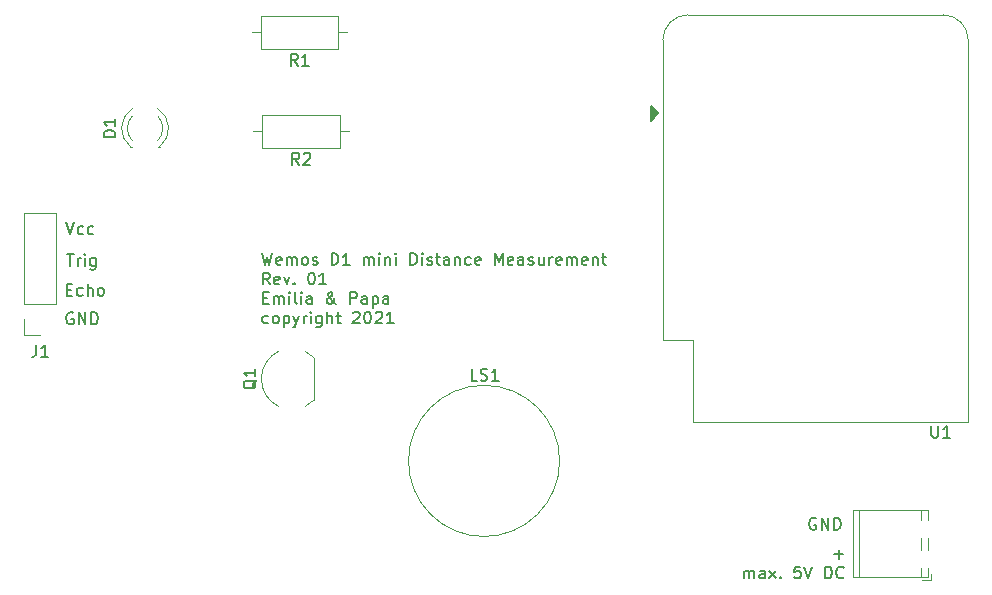
<source format=gbr>
%TF.GenerationSoftware,KiCad,Pcbnew,(5.1.10-1-10_14)*%
%TF.CreationDate,2021-11-11T04:53:16+01:00*%
%TF.ProjectId,Distance_Measurement,44697374-616e-4636-955f-4d6561737572,01*%
%TF.SameCoordinates,Original*%
%TF.FileFunction,Legend,Top*%
%TF.FilePolarity,Positive*%
%FSLAX46Y46*%
G04 Gerber Fmt 4.6, Leading zero omitted, Abs format (unit mm)*
G04 Created by KiCad (PCBNEW (5.1.10-1-10_14)) date 2021-11-11 04:53:16*
%MOMM*%
%LPD*%
G01*
G04 APERTURE LIST*
%ADD10C,0.150000*%
%ADD11C,0.120000*%
%ADD12C,0.100000*%
G04 APERTURE END LIST*
D10*
X107164380Y-101528571D02*
X107497714Y-101528571D01*
X107640571Y-102052380D02*
X107164380Y-102052380D01*
X107164380Y-101052380D01*
X107640571Y-101052380D01*
X108497714Y-102004761D02*
X108402476Y-102052380D01*
X108212000Y-102052380D01*
X108116761Y-102004761D01*
X108069142Y-101957142D01*
X108021523Y-101861904D01*
X108021523Y-101576190D01*
X108069142Y-101480952D01*
X108116761Y-101433333D01*
X108212000Y-101385714D01*
X108402476Y-101385714D01*
X108497714Y-101433333D01*
X108926285Y-102052380D02*
X108926285Y-101052380D01*
X109354857Y-102052380D02*
X109354857Y-101528571D01*
X109307238Y-101433333D01*
X109212000Y-101385714D01*
X109069142Y-101385714D01*
X108973904Y-101433333D01*
X108926285Y-101480952D01*
X109973904Y-102052380D02*
X109878666Y-102004761D01*
X109831047Y-101957142D01*
X109783428Y-101861904D01*
X109783428Y-101576190D01*
X109831047Y-101480952D01*
X109878666Y-101433333D01*
X109973904Y-101385714D01*
X110116761Y-101385714D01*
X110212000Y-101433333D01*
X110259619Y-101480952D01*
X110307238Y-101576190D01*
X110307238Y-101861904D01*
X110259619Y-101957142D01*
X110212000Y-102004761D01*
X110116761Y-102052380D01*
X109973904Y-102052380D01*
X107172285Y-98512380D02*
X107743714Y-98512380D01*
X107458000Y-99512380D02*
X107458000Y-98512380D01*
X108077047Y-99512380D02*
X108077047Y-98845714D01*
X108077047Y-99036190D02*
X108124666Y-98940952D01*
X108172285Y-98893333D01*
X108267523Y-98845714D01*
X108362761Y-98845714D01*
X108696095Y-99512380D02*
X108696095Y-98845714D01*
X108696095Y-98512380D02*
X108648476Y-98560000D01*
X108696095Y-98607619D01*
X108743714Y-98560000D01*
X108696095Y-98512380D01*
X108696095Y-98607619D01*
X109600857Y-98845714D02*
X109600857Y-99655238D01*
X109553238Y-99750476D01*
X109505619Y-99798095D01*
X109410380Y-99845714D01*
X109267523Y-99845714D01*
X109172285Y-99798095D01*
X109600857Y-99464761D02*
X109505619Y-99512380D01*
X109315142Y-99512380D01*
X109219904Y-99464761D01*
X109172285Y-99417142D01*
X109124666Y-99321904D01*
X109124666Y-99036190D01*
X109172285Y-98940952D01*
X109219904Y-98893333D01*
X109315142Y-98845714D01*
X109505619Y-98845714D01*
X109600857Y-98893333D01*
X107696095Y-103513000D02*
X107600857Y-103465380D01*
X107458000Y-103465380D01*
X107315142Y-103513000D01*
X107219904Y-103608238D01*
X107172285Y-103703476D01*
X107124666Y-103893952D01*
X107124666Y-104036809D01*
X107172285Y-104227285D01*
X107219904Y-104322523D01*
X107315142Y-104417761D01*
X107458000Y-104465380D01*
X107553238Y-104465380D01*
X107696095Y-104417761D01*
X107743714Y-104370142D01*
X107743714Y-104036809D01*
X107553238Y-104036809D01*
X108172285Y-104465380D02*
X108172285Y-103465380D01*
X108743714Y-104465380D01*
X108743714Y-103465380D01*
X109219904Y-104465380D02*
X109219904Y-103465380D01*
X109458000Y-103465380D01*
X109600857Y-103513000D01*
X109696095Y-103608238D01*
X109743714Y-103703476D01*
X109791333Y-103893952D01*
X109791333Y-104036809D01*
X109743714Y-104227285D01*
X109696095Y-104322523D01*
X109600857Y-104417761D01*
X109458000Y-104465380D01*
X109219904Y-104465380D01*
X107140523Y-95845380D02*
X107473857Y-96845380D01*
X107807190Y-95845380D01*
X108569095Y-96797761D02*
X108473857Y-96845380D01*
X108283380Y-96845380D01*
X108188142Y-96797761D01*
X108140523Y-96750142D01*
X108092904Y-96654904D01*
X108092904Y-96369190D01*
X108140523Y-96273952D01*
X108188142Y-96226333D01*
X108283380Y-96178714D01*
X108473857Y-96178714D01*
X108569095Y-96226333D01*
X109426238Y-96797761D02*
X109331000Y-96845380D01*
X109140523Y-96845380D01*
X109045285Y-96797761D01*
X108997666Y-96750142D01*
X108950047Y-96654904D01*
X108950047Y-96369190D01*
X108997666Y-96273952D01*
X109045285Y-96226333D01*
X109140523Y-96178714D01*
X109331000Y-96178714D01*
X109426238Y-96226333D01*
X170590785Y-120912000D02*
X170495547Y-120864380D01*
X170352690Y-120864380D01*
X170209833Y-120912000D01*
X170114595Y-121007238D01*
X170066976Y-121102476D01*
X170019357Y-121292952D01*
X170019357Y-121435809D01*
X170066976Y-121626285D01*
X170114595Y-121721523D01*
X170209833Y-121816761D01*
X170352690Y-121864380D01*
X170447928Y-121864380D01*
X170590785Y-121816761D01*
X170638404Y-121769142D01*
X170638404Y-121435809D01*
X170447928Y-121435809D01*
X171066976Y-121864380D02*
X171066976Y-120864380D01*
X171638404Y-121864380D01*
X171638404Y-120864380D01*
X172114595Y-121864380D02*
X172114595Y-120864380D01*
X172352690Y-120864380D01*
X172495547Y-120912000D01*
X172590785Y-121007238D01*
X172638404Y-121102476D01*
X172686023Y-121292952D01*
X172686023Y-121435809D01*
X172638404Y-121626285D01*
X172590785Y-121721523D01*
X172495547Y-121816761D01*
X172352690Y-121864380D01*
X172114595Y-121864380D01*
X172130500Y-123960428D02*
X172892404Y-123960428D01*
X172511452Y-124341380D02*
X172511452Y-123579476D01*
X164511452Y-125991380D02*
X164511452Y-125324714D01*
X164511452Y-125419952D02*
X164559071Y-125372333D01*
X164654309Y-125324714D01*
X164797166Y-125324714D01*
X164892404Y-125372333D01*
X164940023Y-125467571D01*
X164940023Y-125991380D01*
X164940023Y-125467571D02*
X164987642Y-125372333D01*
X165082880Y-125324714D01*
X165225738Y-125324714D01*
X165320976Y-125372333D01*
X165368595Y-125467571D01*
X165368595Y-125991380D01*
X166273357Y-125991380D02*
X166273357Y-125467571D01*
X166225738Y-125372333D01*
X166130500Y-125324714D01*
X165940023Y-125324714D01*
X165844785Y-125372333D01*
X166273357Y-125943761D02*
X166178119Y-125991380D01*
X165940023Y-125991380D01*
X165844785Y-125943761D01*
X165797166Y-125848523D01*
X165797166Y-125753285D01*
X165844785Y-125658047D01*
X165940023Y-125610428D01*
X166178119Y-125610428D01*
X166273357Y-125562809D01*
X166654309Y-125991380D02*
X167178119Y-125324714D01*
X166654309Y-125324714D02*
X167178119Y-125991380D01*
X167559071Y-125896142D02*
X167606690Y-125943761D01*
X167559071Y-125991380D01*
X167511452Y-125943761D01*
X167559071Y-125896142D01*
X167559071Y-125991380D01*
X169273357Y-124991380D02*
X168797166Y-124991380D01*
X168749547Y-125467571D01*
X168797166Y-125419952D01*
X168892404Y-125372333D01*
X169130500Y-125372333D01*
X169225738Y-125419952D01*
X169273357Y-125467571D01*
X169320976Y-125562809D01*
X169320976Y-125800904D01*
X169273357Y-125896142D01*
X169225738Y-125943761D01*
X169130500Y-125991380D01*
X168892404Y-125991380D01*
X168797166Y-125943761D01*
X168749547Y-125896142D01*
X169606690Y-124991380D02*
X169940023Y-125991380D01*
X170273357Y-124991380D01*
X171368595Y-125991380D02*
X171368595Y-124991380D01*
X171606690Y-124991380D01*
X171749547Y-125039000D01*
X171844785Y-125134238D01*
X171892404Y-125229476D01*
X171940023Y-125419952D01*
X171940023Y-125562809D01*
X171892404Y-125753285D01*
X171844785Y-125848523D01*
X171749547Y-125943761D01*
X171606690Y-125991380D01*
X171368595Y-125991380D01*
X172940023Y-125896142D02*
X172892404Y-125943761D01*
X172749547Y-125991380D01*
X172654309Y-125991380D01*
X172511452Y-125943761D01*
X172416214Y-125848523D01*
X172368595Y-125753285D01*
X172320976Y-125562809D01*
X172320976Y-125419952D01*
X172368595Y-125229476D01*
X172416214Y-125134238D01*
X172511452Y-125039000D01*
X172654309Y-124991380D01*
X172749547Y-124991380D01*
X172892404Y-125039000D01*
X172940023Y-125086619D01*
X123684357Y-98450380D02*
X123922452Y-99450380D01*
X124112928Y-98736095D01*
X124303404Y-99450380D01*
X124541500Y-98450380D01*
X125303404Y-99402761D02*
X125208166Y-99450380D01*
X125017690Y-99450380D01*
X124922452Y-99402761D01*
X124874833Y-99307523D01*
X124874833Y-98926571D01*
X124922452Y-98831333D01*
X125017690Y-98783714D01*
X125208166Y-98783714D01*
X125303404Y-98831333D01*
X125351023Y-98926571D01*
X125351023Y-99021809D01*
X124874833Y-99117047D01*
X125779595Y-99450380D02*
X125779595Y-98783714D01*
X125779595Y-98878952D02*
X125827214Y-98831333D01*
X125922452Y-98783714D01*
X126065309Y-98783714D01*
X126160547Y-98831333D01*
X126208166Y-98926571D01*
X126208166Y-99450380D01*
X126208166Y-98926571D02*
X126255785Y-98831333D01*
X126351023Y-98783714D01*
X126493880Y-98783714D01*
X126589119Y-98831333D01*
X126636738Y-98926571D01*
X126636738Y-99450380D01*
X127255785Y-99450380D02*
X127160547Y-99402761D01*
X127112928Y-99355142D01*
X127065309Y-99259904D01*
X127065309Y-98974190D01*
X127112928Y-98878952D01*
X127160547Y-98831333D01*
X127255785Y-98783714D01*
X127398642Y-98783714D01*
X127493880Y-98831333D01*
X127541500Y-98878952D01*
X127589119Y-98974190D01*
X127589119Y-99259904D01*
X127541500Y-99355142D01*
X127493880Y-99402761D01*
X127398642Y-99450380D01*
X127255785Y-99450380D01*
X127970071Y-99402761D02*
X128065309Y-99450380D01*
X128255785Y-99450380D01*
X128351023Y-99402761D01*
X128398642Y-99307523D01*
X128398642Y-99259904D01*
X128351023Y-99164666D01*
X128255785Y-99117047D01*
X128112928Y-99117047D01*
X128017690Y-99069428D01*
X127970071Y-98974190D01*
X127970071Y-98926571D01*
X128017690Y-98831333D01*
X128112928Y-98783714D01*
X128255785Y-98783714D01*
X128351023Y-98831333D01*
X129589119Y-99450380D02*
X129589119Y-98450380D01*
X129827214Y-98450380D01*
X129970071Y-98498000D01*
X130065309Y-98593238D01*
X130112928Y-98688476D01*
X130160547Y-98878952D01*
X130160547Y-99021809D01*
X130112928Y-99212285D01*
X130065309Y-99307523D01*
X129970071Y-99402761D01*
X129827214Y-99450380D01*
X129589119Y-99450380D01*
X131112928Y-99450380D02*
X130541500Y-99450380D01*
X130827214Y-99450380D02*
X130827214Y-98450380D01*
X130731976Y-98593238D01*
X130636738Y-98688476D01*
X130541500Y-98736095D01*
X132303404Y-99450380D02*
X132303404Y-98783714D01*
X132303404Y-98878952D02*
X132351023Y-98831333D01*
X132446261Y-98783714D01*
X132589119Y-98783714D01*
X132684357Y-98831333D01*
X132731976Y-98926571D01*
X132731976Y-99450380D01*
X132731976Y-98926571D02*
X132779595Y-98831333D01*
X132874833Y-98783714D01*
X133017690Y-98783714D01*
X133112928Y-98831333D01*
X133160547Y-98926571D01*
X133160547Y-99450380D01*
X133636738Y-99450380D02*
X133636738Y-98783714D01*
X133636738Y-98450380D02*
X133589119Y-98498000D01*
X133636738Y-98545619D01*
X133684357Y-98498000D01*
X133636738Y-98450380D01*
X133636738Y-98545619D01*
X134112928Y-98783714D02*
X134112928Y-99450380D01*
X134112928Y-98878952D02*
X134160547Y-98831333D01*
X134255785Y-98783714D01*
X134398642Y-98783714D01*
X134493880Y-98831333D01*
X134541500Y-98926571D01*
X134541500Y-99450380D01*
X135017690Y-99450380D02*
X135017690Y-98783714D01*
X135017690Y-98450380D02*
X134970071Y-98498000D01*
X135017690Y-98545619D01*
X135065309Y-98498000D01*
X135017690Y-98450380D01*
X135017690Y-98545619D01*
X136255785Y-99450380D02*
X136255785Y-98450380D01*
X136493880Y-98450380D01*
X136636738Y-98498000D01*
X136731976Y-98593238D01*
X136779595Y-98688476D01*
X136827214Y-98878952D01*
X136827214Y-99021809D01*
X136779595Y-99212285D01*
X136731976Y-99307523D01*
X136636738Y-99402761D01*
X136493880Y-99450380D01*
X136255785Y-99450380D01*
X137255785Y-99450380D02*
X137255785Y-98783714D01*
X137255785Y-98450380D02*
X137208166Y-98498000D01*
X137255785Y-98545619D01*
X137303404Y-98498000D01*
X137255785Y-98450380D01*
X137255785Y-98545619D01*
X137684357Y-99402761D02*
X137779595Y-99450380D01*
X137970071Y-99450380D01*
X138065309Y-99402761D01*
X138112928Y-99307523D01*
X138112928Y-99259904D01*
X138065309Y-99164666D01*
X137970071Y-99117047D01*
X137827214Y-99117047D01*
X137731976Y-99069428D01*
X137684357Y-98974190D01*
X137684357Y-98926571D01*
X137731976Y-98831333D01*
X137827214Y-98783714D01*
X137970071Y-98783714D01*
X138065309Y-98831333D01*
X138398642Y-98783714D02*
X138779595Y-98783714D01*
X138541500Y-98450380D02*
X138541500Y-99307523D01*
X138589119Y-99402761D01*
X138684357Y-99450380D01*
X138779595Y-99450380D01*
X139541500Y-99450380D02*
X139541500Y-98926571D01*
X139493880Y-98831333D01*
X139398642Y-98783714D01*
X139208166Y-98783714D01*
X139112928Y-98831333D01*
X139541500Y-99402761D02*
X139446261Y-99450380D01*
X139208166Y-99450380D01*
X139112928Y-99402761D01*
X139065309Y-99307523D01*
X139065309Y-99212285D01*
X139112928Y-99117047D01*
X139208166Y-99069428D01*
X139446261Y-99069428D01*
X139541500Y-99021809D01*
X140017690Y-98783714D02*
X140017690Y-99450380D01*
X140017690Y-98878952D02*
X140065309Y-98831333D01*
X140160547Y-98783714D01*
X140303404Y-98783714D01*
X140398642Y-98831333D01*
X140446261Y-98926571D01*
X140446261Y-99450380D01*
X141351023Y-99402761D02*
X141255785Y-99450380D01*
X141065309Y-99450380D01*
X140970071Y-99402761D01*
X140922452Y-99355142D01*
X140874833Y-99259904D01*
X140874833Y-98974190D01*
X140922452Y-98878952D01*
X140970071Y-98831333D01*
X141065309Y-98783714D01*
X141255785Y-98783714D01*
X141351023Y-98831333D01*
X142160547Y-99402761D02*
X142065309Y-99450380D01*
X141874833Y-99450380D01*
X141779595Y-99402761D01*
X141731976Y-99307523D01*
X141731976Y-98926571D01*
X141779595Y-98831333D01*
X141874833Y-98783714D01*
X142065309Y-98783714D01*
X142160547Y-98831333D01*
X142208166Y-98926571D01*
X142208166Y-99021809D01*
X141731976Y-99117047D01*
X143398642Y-99450380D02*
X143398642Y-98450380D01*
X143731976Y-99164666D01*
X144065309Y-98450380D01*
X144065309Y-99450380D01*
X144922452Y-99402761D02*
X144827214Y-99450380D01*
X144636738Y-99450380D01*
X144541500Y-99402761D01*
X144493880Y-99307523D01*
X144493880Y-98926571D01*
X144541500Y-98831333D01*
X144636738Y-98783714D01*
X144827214Y-98783714D01*
X144922452Y-98831333D01*
X144970071Y-98926571D01*
X144970071Y-99021809D01*
X144493880Y-99117047D01*
X145827214Y-99450380D02*
X145827214Y-98926571D01*
X145779595Y-98831333D01*
X145684357Y-98783714D01*
X145493880Y-98783714D01*
X145398642Y-98831333D01*
X145827214Y-99402761D02*
X145731976Y-99450380D01*
X145493880Y-99450380D01*
X145398642Y-99402761D01*
X145351023Y-99307523D01*
X145351023Y-99212285D01*
X145398642Y-99117047D01*
X145493880Y-99069428D01*
X145731976Y-99069428D01*
X145827214Y-99021809D01*
X146255785Y-99402761D02*
X146351023Y-99450380D01*
X146541500Y-99450380D01*
X146636738Y-99402761D01*
X146684357Y-99307523D01*
X146684357Y-99259904D01*
X146636738Y-99164666D01*
X146541500Y-99117047D01*
X146398642Y-99117047D01*
X146303404Y-99069428D01*
X146255785Y-98974190D01*
X146255785Y-98926571D01*
X146303404Y-98831333D01*
X146398642Y-98783714D01*
X146541500Y-98783714D01*
X146636738Y-98831333D01*
X147541500Y-98783714D02*
X147541500Y-99450380D01*
X147112928Y-98783714D02*
X147112928Y-99307523D01*
X147160547Y-99402761D01*
X147255785Y-99450380D01*
X147398642Y-99450380D01*
X147493880Y-99402761D01*
X147541500Y-99355142D01*
X148017690Y-99450380D02*
X148017690Y-98783714D01*
X148017690Y-98974190D02*
X148065309Y-98878952D01*
X148112928Y-98831333D01*
X148208166Y-98783714D01*
X148303404Y-98783714D01*
X149017690Y-99402761D02*
X148922452Y-99450380D01*
X148731976Y-99450380D01*
X148636738Y-99402761D01*
X148589119Y-99307523D01*
X148589119Y-98926571D01*
X148636738Y-98831333D01*
X148731976Y-98783714D01*
X148922452Y-98783714D01*
X149017690Y-98831333D01*
X149065309Y-98926571D01*
X149065309Y-99021809D01*
X148589119Y-99117047D01*
X149493880Y-99450380D02*
X149493880Y-98783714D01*
X149493880Y-98878952D02*
X149541500Y-98831333D01*
X149636738Y-98783714D01*
X149779595Y-98783714D01*
X149874833Y-98831333D01*
X149922452Y-98926571D01*
X149922452Y-99450380D01*
X149922452Y-98926571D02*
X149970071Y-98831333D01*
X150065309Y-98783714D01*
X150208166Y-98783714D01*
X150303404Y-98831333D01*
X150351023Y-98926571D01*
X150351023Y-99450380D01*
X151208166Y-99402761D02*
X151112928Y-99450380D01*
X150922452Y-99450380D01*
X150827214Y-99402761D01*
X150779595Y-99307523D01*
X150779595Y-98926571D01*
X150827214Y-98831333D01*
X150922452Y-98783714D01*
X151112928Y-98783714D01*
X151208166Y-98831333D01*
X151255785Y-98926571D01*
X151255785Y-99021809D01*
X150779595Y-99117047D01*
X151684357Y-98783714D02*
X151684357Y-99450380D01*
X151684357Y-98878952D02*
X151731976Y-98831333D01*
X151827214Y-98783714D01*
X151970071Y-98783714D01*
X152065309Y-98831333D01*
X152112928Y-98926571D01*
X152112928Y-99450380D01*
X152446261Y-98783714D02*
X152827214Y-98783714D01*
X152589119Y-98450380D02*
X152589119Y-99307523D01*
X152636738Y-99402761D01*
X152731976Y-99450380D01*
X152827214Y-99450380D01*
X124351023Y-101100380D02*
X124017690Y-100624190D01*
X123779595Y-101100380D02*
X123779595Y-100100380D01*
X124160547Y-100100380D01*
X124255785Y-100148000D01*
X124303404Y-100195619D01*
X124351023Y-100290857D01*
X124351023Y-100433714D01*
X124303404Y-100528952D01*
X124255785Y-100576571D01*
X124160547Y-100624190D01*
X123779595Y-100624190D01*
X125160547Y-101052761D02*
X125065309Y-101100380D01*
X124874833Y-101100380D01*
X124779595Y-101052761D01*
X124731976Y-100957523D01*
X124731976Y-100576571D01*
X124779595Y-100481333D01*
X124874833Y-100433714D01*
X125065309Y-100433714D01*
X125160547Y-100481333D01*
X125208166Y-100576571D01*
X125208166Y-100671809D01*
X124731976Y-100767047D01*
X125541500Y-100433714D02*
X125779595Y-101100380D01*
X126017690Y-100433714D01*
X126398642Y-101005142D02*
X126446261Y-101052761D01*
X126398642Y-101100380D01*
X126351023Y-101052761D01*
X126398642Y-101005142D01*
X126398642Y-101100380D01*
X127827214Y-100100380D02*
X127922452Y-100100380D01*
X128017690Y-100148000D01*
X128065309Y-100195619D01*
X128112928Y-100290857D01*
X128160547Y-100481333D01*
X128160547Y-100719428D01*
X128112928Y-100909904D01*
X128065309Y-101005142D01*
X128017690Y-101052761D01*
X127922452Y-101100380D01*
X127827214Y-101100380D01*
X127731976Y-101052761D01*
X127684357Y-101005142D01*
X127636738Y-100909904D01*
X127589119Y-100719428D01*
X127589119Y-100481333D01*
X127636738Y-100290857D01*
X127684357Y-100195619D01*
X127731976Y-100148000D01*
X127827214Y-100100380D01*
X129112928Y-101100380D02*
X128541500Y-101100380D01*
X128827214Y-101100380D02*
X128827214Y-100100380D01*
X128731976Y-100243238D01*
X128636738Y-100338476D01*
X128541500Y-100386095D01*
X123779595Y-102226571D02*
X124112928Y-102226571D01*
X124255785Y-102750380D02*
X123779595Y-102750380D01*
X123779595Y-101750380D01*
X124255785Y-101750380D01*
X124684357Y-102750380D02*
X124684357Y-102083714D01*
X124684357Y-102178952D02*
X124731976Y-102131333D01*
X124827214Y-102083714D01*
X124970071Y-102083714D01*
X125065309Y-102131333D01*
X125112928Y-102226571D01*
X125112928Y-102750380D01*
X125112928Y-102226571D02*
X125160547Y-102131333D01*
X125255785Y-102083714D01*
X125398642Y-102083714D01*
X125493880Y-102131333D01*
X125541500Y-102226571D01*
X125541500Y-102750380D01*
X126017690Y-102750380D02*
X126017690Y-102083714D01*
X126017690Y-101750380D02*
X125970071Y-101798000D01*
X126017690Y-101845619D01*
X126065309Y-101798000D01*
X126017690Y-101750380D01*
X126017690Y-101845619D01*
X126636738Y-102750380D02*
X126541500Y-102702761D01*
X126493880Y-102607523D01*
X126493880Y-101750380D01*
X127017690Y-102750380D02*
X127017690Y-102083714D01*
X127017690Y-101750380D02*
X126970071Y-101798000D01*
X127017690Y-101845619D01*
X127065309Y-101798000D01*
X127017690Y-101750380D01*
X127017690Y-101845619D01*
X127922452Y-102750380D02*
X127922452Y-102226571D01*
X127874833Y-102131333D01*
X127779595Y-102083714D01*
X127589119Y-102083714D01*
X127493880Y-102131333D01*
X127922452Y-102702761D02*
X127827214Y-102750380D01*
X127589119Y-102750380D01*
X127493880Y-102702761D01*
X127446261Y-102607523D01*
X127446261Y-102512285D01*
X127493880Y-102417047D01*
X127589119Y-102369428D01*
X127827214Y-102369428D01*
X127922452Y-102321809D01*
X129970071Y-102750380D02*
X129922452Y-102750380D01*
X129827214Y-102702761D01*
X129684357Y-102559904D01*
X129446261Y-102274190D01*
X129351023Y-102131333D01*
X129303404Y-101988476D01*
X129303404Y-101893238D01*
X129351023Y-101798000D01*
X129446261Y-101750380D01*
X129493880Y-101750380D01*
X129589119Y-101798000D01*
X129636738Y-101893238D01*
X129636738Y-101940857D01*
X129589119Y-102036095D01*
X129541500Y-102083714D01*
X129255785Y-102274190D01*
X129208166Y-102321809D01*
X129160547Y-102417047D01*
X129160547Y-102559904D01*
X129208166Y-102655142D01*
X129255785Y-102702761D01*
X129351023Y-102750380D01*
X129493880Y-102750380D01*
X129589119Y-102702761D01*
X129636738Y-102655142D01*
X129779595Y-102464666D01*
X129827214Y-102321809D01*
X129827214Y-102226571D01*
X131160547Y-102750380D02*
X131160547Y-101750380D01*
X131541500Y-101750380D01*
X131636738Y-101798000D01*
X131684357Y-101845619D01*
X131731976Y-101940857D01*
X131731976Y-102083714D01*
X131684357Y-102178952D01*
X131636738Y-102226571D01*
X131541500Y-102274190D01*
X131160547Y-102274190D01*
X132589119Y-102750380D02*
X132589119Y-102226571D01*
X132541500Y-102131333D01*
X132446261Y-102083714D01*
X132255785Y-102083714D01*
X132160547Y-102131333D01*
X132589119Y-102702761D02*
X132493880Y-102750380D01*
X132255785Y-102750380D01*
X132160547Y-102702761D01*
X132112928Y-102607523D01*
X132112928Y-102512285D01*
X132160547Y-102417047D01*
X132255785Y-102369428D01*
X132493880Y-102369428D01*
X132589119Y-102321809D01*
X133065309Y-102083714D02*
X133065309Y-103083714D01*
X133065309Y-102131333D02*
X133160547Y-102083714D01*
X133351023Y-102083714D01*
X133446261Y-102131333D01*
X133493880Y-102178952D01*
X133541500Y-102274190D01*
X133541500Y-102559904D01*
X133493880Y-102655142D01*
X133446261Y-102702761D01*
X133351023Y-102750380D01*
X133160547Y-102750380D01*
X133065309Y-102702761D01*
X134398642Y-102750380D02*
X134398642Y-102226571D01*
X134351023Y-102131333D01*
X134255785Y-102083714D01*
X134065309Y-102083714D01*
X133970071Y-102131333D01*
X134398642Y-102702761D02*
X134303404Y-102750380D01*
X134065309Y-102750380D01*
X133970071Y-102702761D01*
X133922452Y-102607523D01*
X133922452Y-102512285D01*
X133970071Y-102417047D01*
X134065309Y-102369428D01*
X134303404Y-102369428D01*
X134398642Y-102321809D01*
X124208166Y-104352761D02*
X124112928Y-104400380D01*
X123922452Y-104400380D01*
X123827214Y-104352761D01*
X123779595Y-104305142D01*
X123731976Y-104209904D01*
X123731976Y-103924190D01*
X123779595Y-103828952D01*
X123827214Y-103781333D01*
X123922452Y-103733714D01*
X124112928Y-103733714D01*
X124208166Y-103781333D01*
X124779595Y-104400380D02*
X124684357Y-104352761D01*
X124636738Y-104305142D01*
X124589119Y-104209904D01*
X124589119Y-103924190D01*
X124636738Y-103828952D01*
X124684357Y-103781333D01*
X124779595Y-103733714D01*
X124922452Y-103733714D01*
X125017690Y-103781333D01*
X125065309Y-103828952D01*
X125112928Y-103924190D01*
X125112928Y-104209904D01*
X125065309Y-104305142D01*
X125017690Y-104352761D01*
X124922452Y-104400380D01*
X124779595Y-104400380D01*
X125541500Y-103733714D02*
X125541500Y-104733714D01*
X125541500Y-103781333D02*
X125636738Y-103733714D01*
X125827214Y-103733714D01*
X125922452Y-103781333D01*
X125970071Y-103828952D01*
X126017690Y-103924190D01*
X126017690Y-104209904D01*
X125970071Y-104305142D01*
X125922452Y-104352761D01*
X125827214Y-104400380D01*
X125636738Y-104400380D01*
X125541500Y-104352761D01*
X126351023Y-103733714D02*
X126589119Y-104400380D01*
X126827214Y-103733714D02*
X126589119Y-104400380D01*
X126493880Y-104638476D01*
X126446261Y-104686095D01*
X126351023Y-104733714D01*
X127208166Y-104400380D02*
X127208166Y-103733714D01*
X127208166Y-103924190D02*
X127255785Y-103828952D01*
X127303404Y-103781333D01*
X127398642Y-103733714D01*
X127493880Y-103733714D01*
X127827214Y-104400380D02*
X127827214Y-103733714D01*
X127827214Y-103400380D02*
X127779595Y-103448000D01*
X127827214Y-103495619D01*
X127874833Y-103448000D01*
X127827214Y-103400380D01*
X127827214Y-103495619D01*
X128731976Y-103733714D02*
X128731976Y-104543238D01*
X128684357Y-104638476D01*
X128636738Y-104686095D01*
X128541500Y-104733714D01*
X128398642Y-104733714D01*
X128303404Y-104686095D01*
X128731976Y-104352761D02*
X128636738Y-104400380D01*
X128446261Y-104400380D01*
X128351023Y-104352761D01*
X128303404Y-104305142D01*
X128255785Y-104209904D01*
X128255785Y-103924190D01*
X128303404Y-103828952D01*
X128351023Y-103781333D01*
X128446261Y-103733714D01*
X128636738Y-103733714D01*
X128731976Y-103781333D01*
X129208166Y-104400380D02*
X129208166Y-103400380D01*
X129636738Y-104400380D02*
X129636738Y-103876571D01*
X129589119Y-103781333D01*
X129493880Y-103733714D01*
X129351023Y-103733714D01*
X129255785Y-103781333D01*
X129208166Y-103828952D01*
X129970071Y-103733714D02*
X130351023Y-103733714D01*
X130112928Y-103400380D02*
X130112928Y-104257523D01*
X130160547Y-104352761D01*
X130255785Y-104400380D01*
X130351023Y-104400380D01*
X131398642Y-103495619D02*
X131446261Y-103448000D01*
X131541500Y-103400380D01*
X131779595Y-103400380D01*
X131874833Y-103448000D01*
X131922452Y-103495619D01*
X131970071Y-103590857D01*
X131970071Y-103686095D01*
X131922452Y-103828952D01*
X131351023Y-104400380D01*
X131970071Y-104400380D01*
X132589119Y-103400380D02*
X132684357Y-103400380D01*
X132779595Y-103448000D01*
X132827214Y-103495619D01*
X132874833Y-103590857D01*
X132922452Y-103781333D01*
X132922452Y-104019428D01*
X132874833Y-104209904D01*
X132827214Y-104305142D01*
X132779595Y-104352761D01*
X132684357Y-104400380D01*
X132589119Y-104400380D01*
X132493880Y-104352761D01*
X132446261Y-104305142D01*
X132398642Y-104209904D01*
X132351023Y-104019428D01*
X132351023Y-103781333D01*
X132398642Y-103590857D01*
X132446261Y-103495619D01*
X132493880Y-103448000D01*
X132589119Y-103400380D01*
X133303404Y-103495619D02*
X133351023Y-103448000D01*
X133446261Y-103400380D01*
X133684357Y-103400380D01*
X133779595Y-103448000D01*
X133827214Y-103495619D01*
X133874833Y-103590857D01*
X133874833Y-103686095D01*
X133827214Y-103828952D01*
X133255785Y-104400380D01*
X133874833Y-104400380D01*
X134827214Y-104400380D02*
X134255785Y-104400380D01*
X134541500Y-104400380D02*
X134541500Y-103400380D01*
X134446261Y-103543238D01*
X134351023Y-103638476D01*
X134255785Y-103686095D01*
D11*
%TO.C,U1*%
X160171000Y-105834000D02*
X160171000Y-112734000D01*
X157631000Y-105834000D02*
X160171000Y-105834000D01*
D10*
G36*
X156591000Y-85979000D02*
G01*
X156591000Y-87249000D01*
X157226000Y-86614000D01*
X156591000Y-85979000D01*
G37*
X156591000Y-85979000D02*
X156591000Y-87249000D01*
X157226000Y-86614000D01*
X156591000Y-85979000D01*
D11*
X181371000Y-78274000D02*
X159761000Y-78274000D01*
X183491000Y-112734000D02*
X183491000Y-80404000D01*
X157631000Y-105834000D02*
X157631000Y-80404000D01*
X160171000Y-112734000D02*
X183491000Y-112734000D01*
X181361000Y-78274000D02*
G75*
G02*
X183491000Y-80404000I0J-2130000D01*
G01*
X157631000Y-80404000D02*
G75*
G02*
X159761000Y-78274000I2130000J0D01*
G01*
%TO.C,R2*%
X122960000Y-88138000D02*
X123730000Y-88138000D01*
X131040000Y-88138000D02*
X130270000Y-88138000D01*
X123730000Y-89508000D02*
X130270000Y-89508000D01*
X123730000Y-86768000D02*
X123730000Y-89508000D01*
X130270000Y-86768000D02*
X123730000Y-86768000D01*
X130270000Y-89508000D02*
X130270000Y-86768000D01*
D12*
%TO.C,LS1*%
X148894000Y-116038000D02*
G75*
G03*
X148894000Y-116038000I-6400000J0D01*
G01*
D11*
%TO.C,Q1*%
X128088000Y-110893000D02*
X128088000Y-107293000D01*
X127360795Y-106768816D02*
G75*
G02*
X128088000Y-107293000I-1122795J-2324184D01*
G01*
X125139193Y-106736600D02*
G75*
G03*
X123638000Y-109093000I1098807J-2356400D01*
G01*
X125139193Y-111449400D02*
G75*
G02*
X123638000Y-109093000I1098807J2356400D01*
G01*
X127360795Y-111417184D02*
G75*
G03*
X128088000Y-110893000I-1122795J2324184D01*
G01*
%TO.C,D1*%
X114872000Y-89444000D02*
X115028000Y-89444000D01*
X112556000Y-89444000D02*
X112712000Y-89444000D01*
X114871837Y-86842870D02*
G75*
G02*
X114872000Y-88924961I-1079837J-1041130D01*
G01*
X112712163Y-86842870D02*
G75*
G03*
X112712000Y-88924961I1079837J-1041130D01*
G01*
X114870608Y-86211665D02*
G75*
G02*
X115027516Y-89444000I-1078608J-1672335D01*
G01*
X112713392Y-86211665D02*
G75*
G03*
X112556484Y-89444000I1078608J-1672335D01*
G01*
%TO.C,J1*%
X104902000Y-105343000D02*
X103572000Y-105343000D01*
X103572000Y-105343000D02*
X103572000Y-104013000D01*
X103572000Y-102743000D02*
X103572000Y-95063000D01*
X106232000Y-95063000D02*
X103572000Y-95063000D01*
X106232000Y-102743000D02*
X106232000Y-95063000D01*
X106232000Y-102743000D02*
X103572000Y-102743000D01*
%TO.C,J2*%
X180311000Y-126133000D02*
X180311000Y-125633000D01*
X179571000Y-126133000D02*
X180311000Y-126133000D01*
X173751000Y-120233000D02*
X180071000Y-120233000D01*
X173751000Y-125893000D02*
X180071000Y-125893000D01*
X180071000Y-121003000D02*
X180071000Y-120233000D01*
X180071000Y-123543000D02*
X180071000Y-122583000D01*
X180071000Y-125893000D02*
X180071000Y-125123000D01*
X173751000Y-125893000D02*
X173751000Y-120233000D01*
X174211000Y-125893000D02*
X174211000Y-120233000D01*
X179511000Y-121003000D02*
X179511000Y-120233000D01*
X179511000Y-123543000D02*
X179511000Y-122583000D01*
X179511000Y-125893000D02*
X179511000Y-125123000D01*
%TO.C,R1*%
X122833000Y-79756000D02*
X123603000Y-79756000D01*
X130913000Y-79756000D02*
X130143000Y-79756000D01*
X123603000Y-81126000D02*
X130143000Y-81126000D01*
X123603000Y-78386000D02*
X123603000Y-81126000D01*
X130143000Y-78386000D02*
X123603000Y-78386000D01*
X130143000Y-81126000D02*
X130143000Y-78386000D01*
%TO.C,U1*%
D10*
X180369095Y-113066380D02*
X180369095Y-113875904D01*
X180416714Y-113971142D01*
X180464333Y-114018761D01*
X180559571Y-114066380D01*
X180750047Y-114066380D01*
X180845285Y-114018761D01*
X180892904Y-113971142D01*
X180940523Y-113875904D01*
X180940523Y-113066380D01*
X181940523Y-114066380D02*
X181369095Y-114066380D01*
X181654809Y-114066380D02*
X181654809Y-113066380D01*
X181559571Y-113209238D01*
X181464333Y-113304476D01*
X181369095Y-113352095D01*
%TO.C,R2*%
X126833333Y-90960380D02*
X126500000Y-90484190D01*
X126261904Y-90960380D02*
X126261904Y-89960380D01*
X126642857Y-89960380D01*
X126738095Y-90008000D01*
X126785714Y-90055619D01*
X126833333Y-90150857D01*
X126833333Y-90293714D01*
X126785714Y-90388952D01*
X126738095Y-90436571D01*
X126642857Y-90484190D01*
X126261904Y-90484190D01*
X127214285Y-90055619D02*
X127261904Y-90008000D01*
X127357142Y-89960380D01*
X127595238Y-89960380D01*
X127690476Y-90008000D01*
X127738095Y-90055619D01*
X127785714Y-90150857D01*
X127785714Y-90246095D01*
X127738095Y-90388952D01*
X127166666Y-90960380D01*
X127785714Y-90960380D01*
%TO.C,LS1*%
X141926142Y-109240380D02*
X141449952Y-109240380D01*
X141449952Y-108240380D01*
X142211857Y-109192761D02*
X142354714Y-109240380D01*
X142592809Y-109240380D01*
X142688047Y-109192761D01*
X142735666Y-109145142D01*
X142783285Y-109049904D01*
X142783285Y-108954666D01*
X142735666Y-108859428D01*
X142688047Y-108811809D01*
X142592809Y-108764190D01*
X142402333Y-108716571D01*
X142307095Y-108668952D01*
X142259476Y-108621333D01*
X142211857Y-108526095D01*
X142211857Y-108430857D01*
X142259476Y-108335619D01*
X142307095Y-108288000D01*
X142402333Y-108240380D01*
X142640428Y-108240380D01*
X142783285Y-108288000D01*
X143735666Y-109240380D02*
X143164238Y-109240380D01*
X143449952Y-109240380D02*
X143449952Y-108240380D01*
X143354714Y-108383238D01*
X143259476Y-108478476D01*
X143164238Y-108526095D01*
%TO.C,Q1*%
X123225619Y-109188238D02*
X123178000Y-109283476D01*
X123082761Y-109378714D01*
X122939904Y-109521571D01*
X122892285Y-109616809D01*
X122892285Y-109712047D01*
X123130380Y-109664428D02*
X123082761Y-109759666D01*
X122987523Y-109854904D01*
X122797047Y-109902523D01*
X122463714Y-109902523D01*
X122273238Y-109854904D01*
X122178000Y-109759666D01*
X122130380Y-109664428D01*
X122130380Y-109473952D01*
X122178000Y-109378714D01*
X122273238Y-109283476D01*
X122463714Y-109235857D01*
X122797047Y-109235857D01*
X122987523Y-109283476D01*
X123082761Y-109378714D01*
X123130380Y-109473952D01*
X123130380Y-109664428D01*
X123130380Y-108283476D02*
X123130380Y-108854904D01*
X123130380Y-108569190D02*
X122130380Y-108569190D01*
X122273238Y-108664428D01*
X122368476Y-108759666D01*
X122416095Y-108854904D01*
%TO.C,D1*%
X111284380Y-88622095D02*
X110284380Y-88622095D01*
X110284380Y-88384000D01*
X110332000Y-88241142D01*
X110427238Y-88145904D01*
X110522476Y-88098285D01*
X110712952Y-88050666D01*
X110855809Y-88050666D01*
X111046285Y-88098285D01*
X111141523Y-88145904D01*
X111236761Y-88241142D01*
X111284380Y-88384000D01*
X111284380Y-88622095D01*
X111284380Y-87098285D02*
X111284380Y-87669714D01*
X111284380Y-87384000D02*
X110284380Y-87384000D01*
X110427238Y-87479238D01*
X110522476Y-87574476D01*
X110570095Y-87669714D01*
%TO.C,J1*%
X104568666Y-106235380D02*
X104568666Y-106949666D01*
X104521047Y-107092523D01*
X104425809Y-107187761D01*
X104282952Y-107235380D01*
X104187714Y-107235380D01*
X105568666Y-107235380D02*
X104997238Y-107235380D01*
X105282952Y-107235380D02*
X105282952Y-106235380D01*
X105187714Y-106378238D01*
X105092476Y-106473476D01*
X104997238Y-106521095D01*
%TO.C,R1*%
X126706333Y-82578380D02*
X126373000Y-82102190D01*
X126134904Y-82578380D02*
X126134904Y-81578380D01*
X126515857Y-81578380D01*
X126611095Y-81626000D01*
X126658714Y-81673619D01*
X126706333Y-81768857D01*
X126706333Y-81911714D01*
X126658714Y-82006952D01*
X126611095Y-82054571D01*
X126515857Y-82102190D01*
X126134904Y-82102190D01*
X127658714Y-82578380D02*
X127087285Y-82578380D01*
X127373000Y-82578380D02*
X127373000Y-81578380D01*
X127277761Y-81721238D01*
X127182523Y-81816476D01*
X127087285Y-81864095D01*
%TD*%
M02*

</source>
